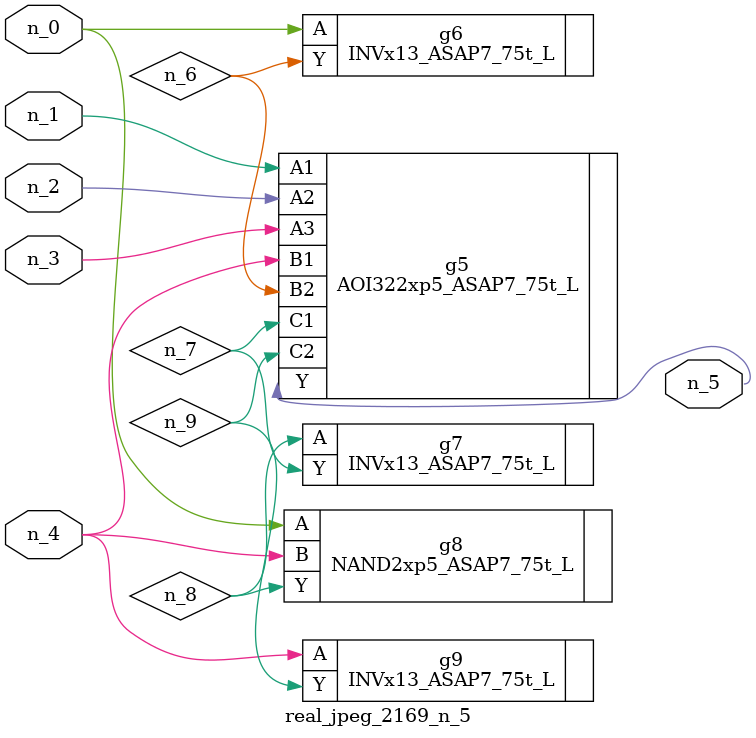
<source format=v>
module real_jpeg_2169_n_5 (n_4, n_0, n_1, n_2, n_3, n_5);

input n_4;
input n_0;
input n_1;
input n_2;
input n_3;

output n_5;

wire n_8;
wire n_6;
wire n_7;
wire n_9;

INVx13_ASAP7_75t_L g6 ( 
.A(n_0),
.Y(n_6)
);

NAND2xp5_ASAP7_75t_L g8 ( 
.A(n_0),
.B(n_4),
.Y(n_8)
);

AOI322xp5_ASAP7_75t_L g5 ( 
.A1(n_1),
.A2(n_2),
.A3(n_3),
.B1(n_4),
.B2(n_6),
.C1(n_7),
.C2(n_9),
.Y(n_5)
);

INVx13_ASAP7_75t_L g9 ( 
.A(n_4),
.Y(n_9)
);

INVx13_ASAP7_75t_L g7 ( 
.A(n_8),
.Y(n_7)
);


endmodule
</source>
